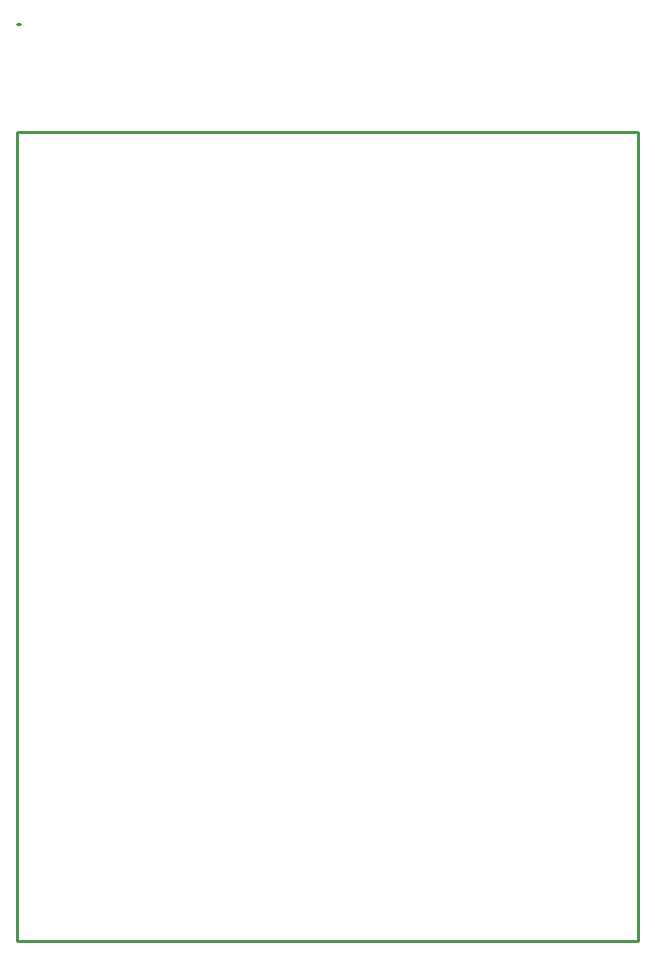
<source format=gm1>
G04 Layer_Color=16711935*
%FSLAX25Y25*%
%MOIN*%
G70*
G01*
G75*
%ADD22C,0.01000*%
D22*
X99500Y406000D02*
X100500D01*
X136500Y370000D02*
X306500D01*
Y362500D02*
Y370000D01*
X99500Y100500D02*
Y362500D01*
X306500Y100500D02*
Y362500D01*
X99500Y100500D02*
X306500D01*
X99500Y370000D02*
X136500D01*
X99500Y362500D02*
Y370000D01*
M02*

</source>
